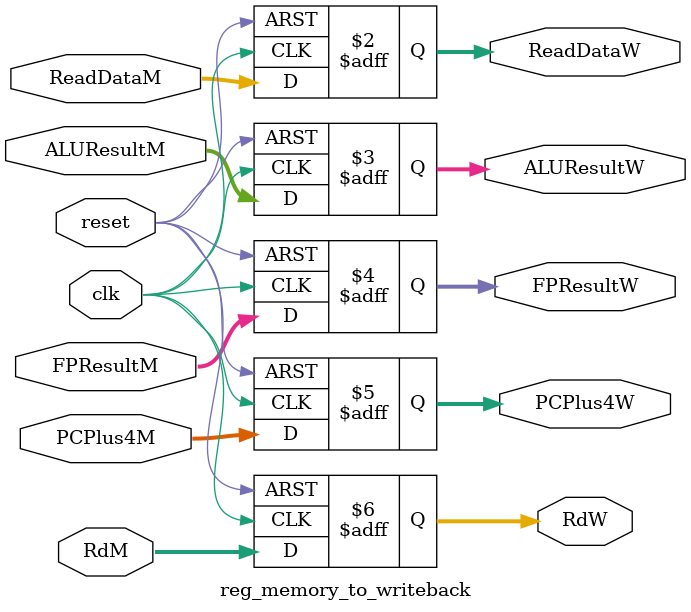
<source format=v>
module reg_memory_to_writeback(
        input             clk,
        input             reset,

        // --------- DATOS desde etapa M ----------
        input      [31:0] ReadDataM,
        input      [31:0] ALUResultM,
        input [31:0] FPResultM, //nuevo
        input      [31:0] PCPlus4M,
        input      [4:0]  RdM,

        // --------- DATOS hacia etapa W ----------
        output reg [31:0] ReadDataW,
        output reg [31:0] ALUResultW,
        output reg [31:0] FPResultW, //nuevo
        output reg [31:0] PCPlus4W,
        output reg [4:0]  RdW
    );

    always @ (posedge clk or posedge reset) begin
        if (reset) begin

            // DATOS
            ReadDataW  <= 32'b0;
            ALUResultW <= 32'b0;
            FPResultW  <= 32'b0; //nuevo
            PCPlus4W   <= 32'b0;
            RdW        <= 5'b0;
        end
        else begin

            // DATOS
            ReadDataW  <= ReadDataM;
            ALUResultW <= ALUResultM;
            FPResultW  <= FPResultM; //nuevo
            PCPlus4W   <= PCPlus4M;
            RdW        <= RdM;
        end
    end

endmodule

</source>
